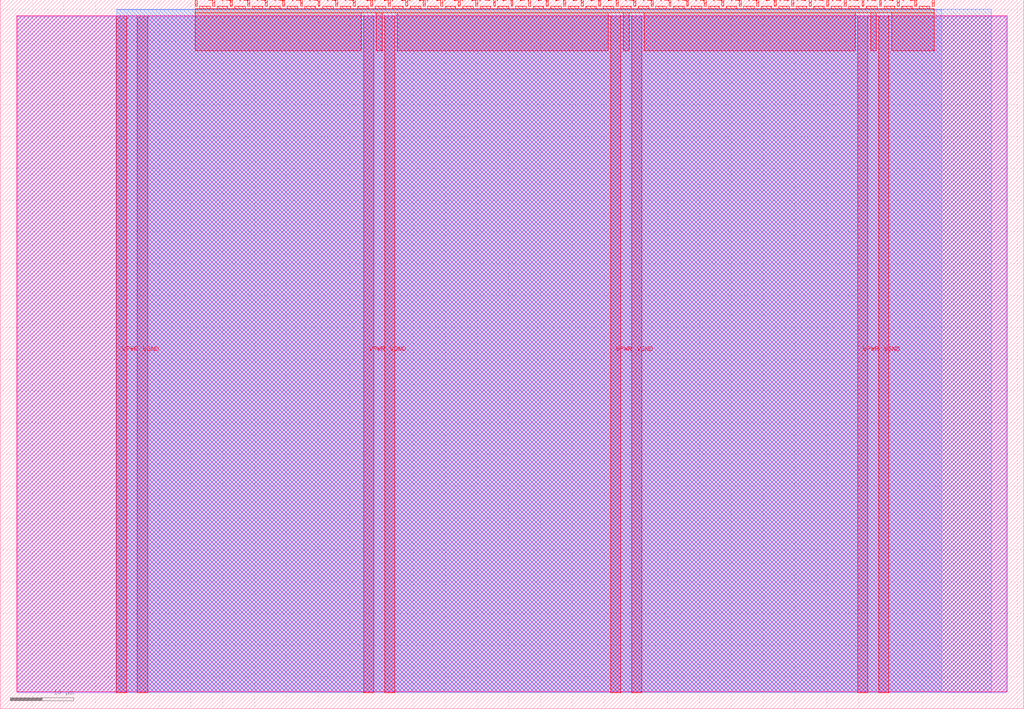
<source format=lef>
VERSION 5.7 ;
  NOWIREEXTENSIONATPIN ON ;
  DIVIDERCHAR "/" ;
  BUSBITCHARS "[]" ;
MACRO tt_um_Xgamer1999_LIF
  CLASS BLOCK ;
  FOREIGN tt_um_Xgamer1999_LIF ;
  ORIGIN 0.000 0.000 ;
  SIZE 161.000 BY 111.520 ;
  PIN VGND
    DIRECTION INOUT ;
    USE GROUND ;
    PORT
      LAYER met4 ;
        RECT 21.580 2.480 23.180 109.040 ;
    END
    PORT
      LAYER met4 ;
        RECT 60.450 2.480 62.050 109.040 ;
    END
    PORT
      LAYER met4 ;
        RECT 99.320 2.480 100.920 109.040 ;
    END
    PORT
      LAYER met4 ;
        RECT 138.190 2.480 139.790 109.040 ;
    END
  END VGND
  PIN VPWR
    DIRECTION INOUT ;
    USE POWER ;
    PORT
      LAYER met4 ;
        RECT 18.280 2.480 19.880 109.040 ;
    END
    PORT
      LAYER met4 ;
        RECT 57.150 2.480 58.750 109.040 ;
    END
    PORT
      LAYER met4 ;
        RECT 96.020 2.480 97.620 109.040 ;
    END
    PORT
      LAYER met4 ;
        RECT 134.890 2.480 136.490 109.040 ;
    END
  END VPWR
  PIN clk
    DIRECTION INPUT ;
    USE SIGNAL ;
    ANTENNAGATEAREA 0.852000 ;
    PORT
      LAYER met4 ;
        RECT 143.830 110.520 144.130 111.520 ;
    END
  END clk
  PIN ena
    DIRECTION INPUT ;
    USE SIGNAL ;
    ANTENNAGATEAREA 0.213000 ;
    PORT
      LAYER met4 ;
        RECT 146.590 110.520 146.890 111.520 ;
    END
  END ena
  PIN rst_n
    DIRECTION INPUT ;
    USE SIGNAL ;
    ANTENNAGATEAREA 0.196500 ;
    PORT
      LAYER met4 ;
        RECT 141.070 110.520 141.370 111.520 ;
    END
  END rst_n
  PIN ui_in[0]
    DIRECTION INPUT ;
    USE SIGNAL ;
    ANTENNAGATEAREA 0.213000 ;
    PORT
      LAYER met4 ;
        RECT 138.310 110.520 138.610 111.520 ;
    END
  END ui_in[0]
  PIN ui_in[1]
    DIRECTION INPUT ;
    USE SIGNAL ;
    PORT
      LAYER met4 ;
        RECT 135.550 110.520 135.850 111.520 ;
    END
  END ui_in[1]
  PIN ui_in[2]
    DIRECTION INPUT ;
    USE SIGNAL ;
    PORT
      LAYER met4 ;
        RECT 132.790 110.520 133.090 111.520 ;
    END
  END ui_in[2]
  PIN ui_in[3]
    DIRECTION INPUT ;
    USE SIGNAL ;
    PORT
      LAYER met4 ;
        RECT 130.030 110.520 130.330 111.520 ;
    END
  END ui_in[3]
  PIN ui_in[4]
    DIRECTION INPUT ;
    USE SIGNAL ;
    PORT
      LAYER met4 ;
        RECT 127.270 110.520 127.570 111.520 ;
    END
  END ui_in[4]
  PIN ui_in[5]
    DIRECTION INPUT ;
    USE SIGNAL ;
    PORT
      LAYER met4 ;
        RECT 124.510 110.520 124.810 111.520 ;
    END
  END ui_in[5]
  PIN ui_in[6]
    DIRECTION INPUT ;
    USE SIGNAL ;
    PORT
      LAYER met4 ;
        RECT 121.750 110.520 122.050 111.520 ;
    END
  END ui_in[6]
  PIN ui_in[7]
    DIRECTION INPUT ;
    USE SIGNAL ;
    PORT
      LAYER met4 ;
        RECT 118.990 110.520 119.290 111.520 ;
    END
  END ui_in[7]
  PIN uio_in[0]
    DIRECTION INPUT ;
    USE SIGNAL ;
    PORT
      LAYER met4 ;
        RECT 116.230 110.520 116.530 111.520 ;
    END
  END uio_in[0]
  PIN uio_in[1]
    DIRECTION INPUT ;
    USE SIGNAL ;
    PORT
      LAYER met4 ;
        RECT 113.470 110.520 113.770 111.520 ;
    END
  END uio_in[1]
  PIN uio_in[2]
    DIRECTION INPUT ;
    USE SIGNAL ;
    PORT
      LAYER met4 ;
        RECT 110.710 110.520 111.010 111.520 ;
    END
  END uio_in[2]
  PIN uio_in[3]
    DIRECTION INPUT ;
    USE SIGNAL ;
    PORT
      LAYER met4 ;
        RECT 107.950 110.520 108.250 111.520 ;
    END
  END uio_in[3]
  PIN uio_in[4]
    DIRECTION INPUT ;
    USE SIGNAL ;
    PORT
      LAYER met4 ;
        RECT 105.190 110.520 105.490 111.520 ;
    END
  END uio_in[4]
  PIN uio_in[5]
    DIRECTION INPUT ;
    USE SIGNAL ;
    PORT
      LAYER met4 ;
        RECT 102.430 110.520 102.730 111.520 ;
    END
  END uio_in[5]
  PIN uio_in[6]
    DIRECTION INPUT ;
    USE SIGNAL ;
    PORT
      LAYER met4 ;
        RECT 99.670 110.520 99.970 111.520 ;
    END
  END uio_in[6]
  PIN uio_in[7]
    DIRECTION INPUT ;
    USE SIGNAL ;
    PORT
      LAYER met4 ;
        RECT 96.910 110.520 97.210 111.520 ;
    END
  END uio_in[7]
  PIN uio_oe[0]
    DIRECTION OUTPUT ;
    USE SIGNAL ;
    PORT
      LAYER met4 ;
        RECT 49.990 110.520 50.290 111.520 ;
    END
  END uio_oe[0]
  PIN uio_oe[1]
    DIRECTION OUTPUT ;
    USE SIGNAL ;
    PORT
      LAYER met4 ;
        RECT 47.230 110.520 47.530 111.520 ;
    END
  END uio_oe[1]
  PIN uio_oe[2]
    DIRECTION OUTPUT ;
    USE SIGNAL ;
    PORT
      LAYER met4 ;
        RECT 44.470 110.520 44.770 111.520 ;
    END
  END uio_oe[2]
  PIN uio_oe[3]
    DIRECTION OUTPUT ;
    USE SIGNAL ;
    PORT
      LAYER met4 ;
        RECT 41.710 110.520 42.010 111.520 ;
    END
  END uio_oe[3]
  PIN uio_oe[4]
    DIRECTION OUTPUT ;
    USE SIGNAL ;
    PORT
      LAYER met4 ;
        RECT 38.950 110.520 39.250 111.520 ;
    END
  END uio_oe[4]
  PIN uio_oe[5]
    DIRECTION OUTPUT ;
    USE SIGNAL ;
    PORT
      LAYER met4 ;
        RECT 36.190 110.520 36.490 111.520 ;
    END
  END uio_oe[5]
  PIN uio_oe[6]
    DIRECTION OUTPUT ;
    USE SIGNAL ;
    PORT
      LAYER met4 ;
        RECT 33.430 110.520 33.730 111.520 ;
    END
  END uio_oe[6]
  PIN uio_oe[7]
    DIRECTION OUTPUT ;
    USE SIGNAL ;
    PORT
      LAYER met4 ;
        RECT 30.670 110.520 30.970 111.520 ;
    END
  END uio_oe[7]
  PIN uio_out[0]
    DIRECTION OUTPUT ;
    USE SIGNAL ;
    PORT
      LAYER met4 ;
        RECT 72.070 110.520 72.370 111.520 ;
    END
  END uio_out[0]
  PIN uio_out[1]
    DIRECTION OUTPUT ;
    USE SIGNAL ;
    PORT
      LAYER met4 ;
        RECT 69.310 110.520 69.610 111.520 ;
    END
  END uio_out[1]
  PIN uio_out[2]
    DIRECTION OUTPUT ;
    USE SIGNAL ;
    PORT
      LAYER met4 ;
        RECT 66.550 110.520 66.850 111.520 ;
    END
  END uio_out[2]
  PIN uio_out[3]
    DIRECTION OUTPUT ;
    USE SIGNAL ;
    PORT
      LAYER met4 ;
        RECT 63.790 110.520 64.090 111.520 ;
    END
  END uio_out[3]
  PIN uio_out[4]
    DIRECTION OUTPUT ;
    USE SIGNAL ;
    PORT
      LAYER met4 ;
        RECT 61.030 110.520 61.330 111.520 ;
    END
  END uio_out[4]
  PIN uio_out[5]
    DIRECTION OUTPUT ;
    USE SIGNAL ;
    PORT
      LAYER met4 ;
        RECT 58.270 110.520 58.570 111.520 ;
    END
  END uio_out[5]
  PIN uio_out[6]
    DIRECTION OUTPUT ;
    USE SIGNAL ;
    PORT
      LAYER met4 ;
        RECT 55.510 110.520 55.810 111.520 ;
    END
  END uio_out[6]
  PIN uio_out[7]
    DIRECTION OUTPUT ;
    USE SIGNAL ;
    PORT
      LAYER met4 ;
        RECT 52.750 110.520 53.050 111.520 ;
    END
  END uio_out[7]
  PIN uo_out[0]
    DIRECTION OUTPUT ;
    USE SIGNAL ;
    ANTENNADIFFAREA 0.795200 ;
    PORT
      LAYER met4 ;
        RECT 94.150 110.520 94.450 111.520 ;
    END
  END uo_out[0]
  PIN uo_out[1]
    DIRECTION OUTPUT ;
    USE SIGNAL ;
    PORT
      LAYER met4 ;
        RECT 91.390 110.520 91.690 111.520 ;
    END
  END uo_out[1]
  PIN uo_out[2]
    DIRECTION OUTPUT ;
    USE SIGNAL ;
    PORT
      LAYER met4 ;
        RECT 88.630 110.520 88.930 111.520 ;
    END
  END uo_out[2]
  PIN uo_out[3]
    DIRECTION OUTPUT ;
    USE SIGNAL ;
    PORT
      LAYER met4 ;
        RECT 85.870 110.520 86.170 111.520 ;
    END
  END uo_out[3]
  PIN uo_out[4]
    DIRECTION OUTPUT ;
    USE SIGNAL ;
    PORT
      LAYER met4 ;
        RECT 83.110 110.520 83.410 111.520 ;
    END
  END uo_out[4]
  PIN uo_out[5]
    DIRECTION OUTPUT ;
    USE SIGNAL ;
    PORT
      LAYER met4 ;
        RECT 80.350 110.520 80.650 111.520 ;
    END
  END uo_out[5]
  PIN uo_out[6]
    DIRECTION OUTPUT ;
    USE SIGNAL ;
    PORT
      LAYER met4 ;
        RECT 77.590 110.520 77.890 111.520 ;
    END
  END uo_out[6]
  PIN uo_out[7]
    DIRECTION OUTPUT ;
    USE SIGNAL ;
    PORT
      LAYER met4 ;
        RECT 74.830 110.520 75.130 111.520 ;
    END
  END uo_out[7]
  OBS
      LAYER nwell ;
        RECT 2.570 2.635 158.430 108.990 ;
      LAYER li1 ;
        RECT 2.760 2.635 158.240 108.885 ;
      LAYER met1 ;
        RECT 2.760 2.480 158.240 109.040 ;
      LAYER met2 ;
        RECT 18.310 2.535 155.840 110.005 ;
      LAYER met3 ;
        RECT 18.290 2.555 148.055 109.985 ;
      LAYER met4 ;
        RECT 31.370 110.120 33.030 110.520 ;
        RECT 34.130 110.120 35.790 110.520 ;
        RECT 36.890 110.120 38.550 110.520 ;
        RECT 39.650 110.120 41.310 110.520 ;
        RECT 42.410 110.120 44.070 110.520 ;
        RECT 45.170 110.120 46.830 110.520 ;
        RECT 47.930 110.120 49.590 110.520 ;
        RECT 50.690 110.120 52.350 110.520 ;
        RECT 53.450 110.120 55.110 110.520 ;
        RECT 56.210 110.120 57.870 110.520 ;
        RECT 58.970 110.120 60.630 110.520 ;
        RECT 61.730 110.120 63.390 110.520 ;
        RECT 64.490 110.120 66.150 110.520 ;
        RECT 67.250 110.120 68.910 110.520 ;
        RECT 70.010 110.120 71.670 110.520 ;
        RECT 72.770 110.120 74.430 110.520 ;
        RECT 75.530 110.120 77.190 110.520 ;
        RECT 78.290 110.120 79.950 110.520 ;
        RECT 81.050 110.120 82.710 110.520 ;
        RECT 83.810 110.120 85.470 110.520 ;
        RECT 86.570 110.120 88.230 110.520 ;
        RECT 89.330 110.120 90.990 110.520 ;
        RECT 92.090 110.120 93.750 110.520 ;
        RECT 94.850 110.120 96.510 110.520 ;
        RECT 97.610 110.120 99.270 110.520 ;
        RECT 100.370 110.120 102.030 110.520 ;
        RECT 103.130 110.120 104.790 110.520 ;
        RECT 105.890 110.120 107.550 110.520 ;
        RECT 108.650 110.120 110.310 110.520 ;
        RECT 111.410 110.120 113.070 110.520 ;
        RECT 114.170 110.120 115.830 110.520 ;
        RECT 116.930 110.120 118.590 110.520 ;
        RECT 119.690 110.120 121.350 110.520 ;
        RECT 122.450 110.120 124.110 110.520 ;
        RECT 125.210 110.120 126.870 110.520 ;
        RECT 127.970 110.120 129.630 110.520 ;
        RECT 130.730 110.120 132.390 110.520 ;
        RECT 133.490 110.120 135.150 110.520 ;
        RECT 136.250 110.120 137.910 110.520 ;
        RECT 139.010 110.120 140.670 110.520 ;
        RECT 141.770 110.120 143.430 110.520 ;
        RECT 144.530 110.120 146.190 110.520 ;
        RECT 30.655 109.440 146.905 110.120 ;
        RECT 30.655 103.535 56.750 109.440 ;
        RECT 59.150 103.535 60.050 109.440 ;
        RECT 62.450 103.535 95.620 109.440 ;
        RECT 98.020 103.535 98.920 109.440 ;
        RECT 101.320 103.535 134.490 109.440 ;
        RECT 136.890 103.535 137.790 109.440 ;
        RECT 140.190 103.535 146.905 109.440 ;
  END
END tt_um_Xgamer1999_LIF
END LIBRARY


</source>
